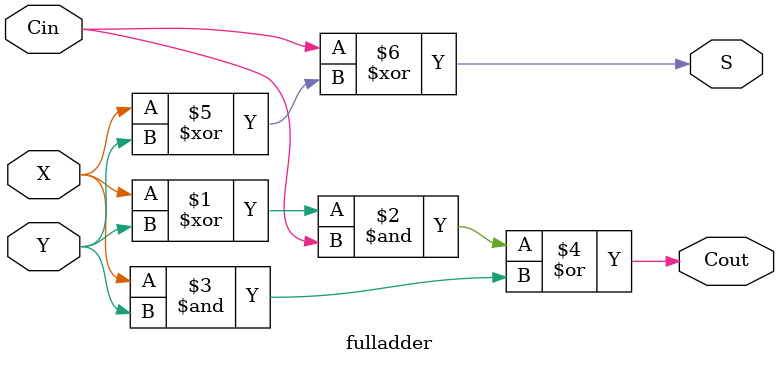
<source format=v>
(* DONT_TOUCH = "true" *)
module fulladder(
    input  X,   // 1-bit input
    input  Y,   // 1-bit input
    input  Cin, // 1-bit input carry in
    output S,   // 1-bit output sum
    output Cout // 1-bit output carry out
);
    
    // --- enter your code here
    assign Cout = ((X ^ Y) & Cin) | (X & Y);
    assign S = Cin ^ (X ^ Y);
    
    
    // --- end your code here
endmodule


</source>
